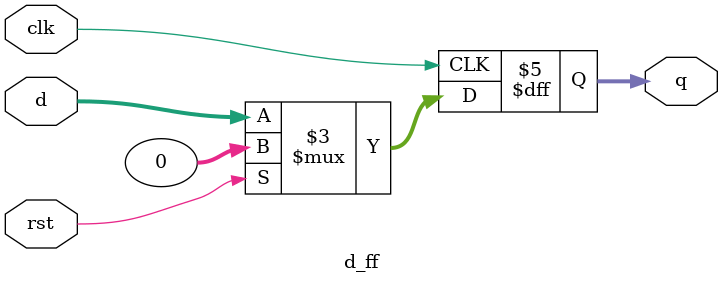
<source format=v>
`timescale 1ns / 1ps

module systolic_array(
    input [31:0] a1,a2,a3,
    input [31:0] b1,b2,b3,
    input rst, clk,
    output [63:0] c1,c2,c3,c4,c5,c6,c7,c8,c9
    );
    
    wire [31:0] m1h,m2h,m1v,m2v,m3v,m4h,m4v,m5h,m5v,m6v,m3h,m6h,m7v,m7h,m8h,m8v,m9h,m9v,b2d,b3d,b33d,a2d,a3d,a33d;
    

    mac m1(.clk(clk),.rst(rst),.in_a(a1),.in_b(b1),.out_a(m1h),.out_b(m1v),.out_c(c1));
    
    d_ff d1(.d(b2),.clk(clk),.rst(rst),.q(b2d));
    mac m2(.clk(clk),.rst(rst),.in_a(m1h),.in_b(b2d),.out_a(m2h),.out_b(m2v),.out_c(c2));
    
    d_ff d2(.d(b3),.clk(clk),.rst(rst),.q(b3d));
    d_ff d3(.d(b3d),.clk(clk),.rst(rst),.q(b33d));
    mac m3(.clk(clk),.rst(rst),.in_a(m2h),.in_b(b33d),.out_a(m3h),.out_b(m3v),.out_c(c3));
    
    d_ff d4(.d(a2),.clk(clk),.rst(rst),.q(a2d));  
    mac m4(.clk(clk),.rst(rst),.in_a(a2d),.in_b(m1v),.out_a(m4h),.out_b(m4v),.out_c(c4));    
    mac m5(.clk(clk),.rst(rst),.in_a(m4h),.in_b(m2v),.out_a(m5h),.out_b(m5v),.out_c(c5));    
    mac m6(.clk(clk),.rst(rst),.in_a(m5h),.in_b(m3v),.out_a(m6h),.out_b(m6v),.out_c(c6)); 
    
    d_ff d5(.d(a3),.clk(clk),.rst(rst),.q(a3d));  
    d_ff d6(.d(a3d),.clk(clk),.rst(rst),.q(a33d));  
    mac m7(.clk(clk),.rst(rst),.in_a(a33d),.in_b(m4v),.out_a(m7h),.out_b(m7v),.out_c(c7));    
    mac m8(.clk(clk),.rst(rst),.in_a(m7h),.in_b(m5v),.out_a(m8h),.out_b(m8v),.out_c(c8));    
    mac m9(.clk(clk),.rst(rst),.in_a(m8h),.in_b(m6v),.out_a(m9h),.out_b(m9v),.out_c(c9));
    

endmodule

module d_ff(
    input wire signed [31:0] d,
    input wire clk,
    input wire rst,
    output reg signed [31:0] q
);
    always @(posedge clk) begin
        if (rst)
            q <= 0;
        else
            q <= d;
    end
endmodule


</source>
